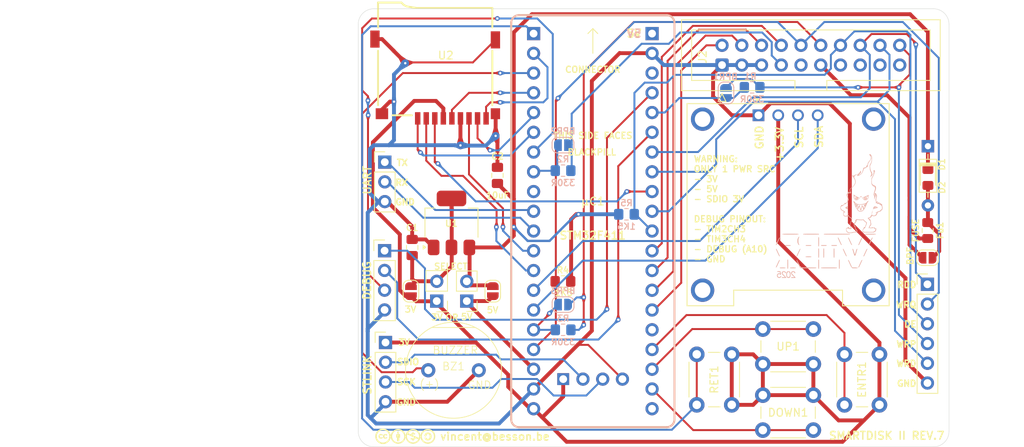
<source format=kicad_pcb>
(kicad_pcb (version 20241229) (generator "pcbnew") (generator_version "9.0")
  (title_block (title "SmartDisk II") (date "2025-08-11") (rev "7") (company "Vincent Besson"))
  (layers (0 "F.Cu" signal) (2 "B.Cu" signal) (13 "F.Paste" user) (15 "B.Paste" user) (5 "F.SilkS" user "F.Silkscreen") (7 "B.SilkS" user "B.Silkscreen") (1 "F.Mask" user) (3 "B.Mask" user) (25 "Edge.Cuts" user))
  (net 0 "")
  (net 1 "GND")
  (net 2 "VCC")
  (net 3 "3.5DSK")
  (net 4 "STEP2")
  (net 5 "WR_REQ")
  (net 6 "STEP3")
  (net 7 "STEP0")
  (net 12 "STEP1")
  (net 14 "WR_PROTECT")
  (net 15 "BTN_DOWN")
  (net 16 "BTN_ENTR")
  (net 17 "BTN_RET")
  (net 18 "BTN_UP")
  (net 19 "WR_DATA")
  (net 20 "+3.3V")
  (net 21 "RD_DATA")
  (net 22 "SDIO_DO")
  (net 23 "SD_EJECT")
  (net 24 "SDIO_CK")
  (net 25 "I2C_SDA")
  (net 26 "USART1_RX")
  (net 27 "I2C_SCL")
  (net 28 "USART1_TX")
  (net 29 "SDIO_D1")
  (net 32 "SDIO_CMD")
  (net 33 "SDIO_D2")
  (net 36 "SDIO_D3")
  (net 37 "DEBUG")
  (net 38 "TIM3_CH4")
  (net 39 "SELECT")
  (net 40 "DEVICE_ENABLE")
  (net 41 "TIM1_CH2N")
  (net 42 "TIM2_CH3")
  (net 43 "SCK")
  (net 44 "SDIO")
  (net 45 "PWR_RD")
  (net 46 "SELECT_D")
  (net 47 "3.5DSK_D")
  (net 48 "WR_PROTECT_D")
  (net 50 "Net-(J7-Pin_2)")
  (net 51 "PWR_5VIN")
  (net 52 "Net-(D1-A)")
  (footprint "Connector_IDC:IDC-Header_2x10_P2.54mm_Vertical" (layer "F.Cu") (at 178.29 92.49 90)
    (property "Reference" "J2")
    (property "Value" "APPLE_SDISKII")
  )
  (footprint "Diode_THT:D_DO-35_SOD27_P7.62mm_Horizontal" (layer "F.Cu") (at 204.775 102.925 -90)
    (property "Reference" "D1")
    (property "Value" "1N4148" (hide yes))
  )
  (footprint "Connector_PinHeader_2.54mm:PinHeader_1x04_P2.54mm_Vertical" (layer "F.Cu") (at 134.88 116.37)
    (property "Reference" "J5" (hide yes))
    (property "Value" "DEBUG" (hide yes))
  )
  (footprint "Connector_PinHeader_2.54mm:PinHeader_1x06_P2.54mm_Vertical" (layer "F.Cu") (at 204.714746 120.691427)
    (property "Reference" "J3" (hide yes))
    (property "Value" "A2PIN" (hide yes))
  )
  (footprint "Button_Switch_THT:SW_PUSH_6mm" (layer "F.Cu") (at 190.04 130.95 180)
    (property "Reference" "UP1")
    (property "Value" "SW_Push" (hide yes))
  )
  (footprint "Diode_SMD:D_0805_2012Metric_Pad1.15x1.40mm_HandSolder" (layer "F.Cu") (at 204.775 106.95 -90)
    (property "Reference" "D2")
    (property "Value" "1N4148WT" (hide yes))
  )
  (footprint "Fuse:Fuse_0805_2012Metric_Pad1.15x1.40mm_HandSolder" (layer "F.Cu") (at 204.75 113.775 -90)
    (property "Reference" "Fu2" (hide yes))
    (property "Value" "Polyfuse 500mA" (hide yes))
  )
  (footprint "Capacitor_SMD:C_0805_2012Metric_Pad1.18x1.45mm_HandSolder" (layer "F.Cu") (at 149.4 106.6825 90)
    (property "Reference" "C2")
    (property "Value" "10uF" (hide yes))
  )
  (footprint "buzzer:AS-1201B-LF" (layer "F.Cu") (at 143.75 131.75)
    (property "Reference" "BZ1")
    (property "Value" "Buzzer")
  )
  (footprint "Connector_PinHeader_2.54mm:PinHeader_1x03_P2.54mm_Vertical" (layer "F.Cu") (at 134.91 104.975)
    (property "Reference" "J4" (hide yes))
    (property "Value" "UART" (hide yes))
  )
  (footprint "Jumper:SolderJumper-2_P1.3mm_Open_RoundedPad1.0x1.5mm" (layer "F.Cu") (at 138.275 121.575 -90)
    (property "Reference" "3V")
    (property "Value" "SPST" (hide yes))
  )
  (footprint "acheron_Hardware.pretty-master:Mini_F4X1_STM32_VIB" (layer "F.Cu") (at 161.67 112.57)
    (property "Reference" "μC1")
    (property "Value" "BlackPill STMF4X1" (hide yes))
  )
  (footprint "Package_TO_SOT_SMD:SOT-223-3_TabPin2" (layer "F.Cu") (at 143.4875 112.8 90)
    (property "Reference" "U1")
    (property "Value" "LM1117MP-3.3" (hide yes))
  )
  (footprint "Jumper:SolderJumper-2_P1.3mm_Open_RoundedPad1.0x1.5mm" (layer "F.Cu") (at 204.725 117.275 180)
    (property "Reference" "BPF")
    (property "Value" "BYP" (hide yes))
  )
  (footprint "Jumper:SolderJumper-2_P1.3mm_Open_RoundedPad1.0x1.5mm" (layer "F.Cu") (at 148.8 121.575 -90)
    (property "Reference" "JP1" (hide yes))
    (property "Value" "SPST" (hide yes))
  )
  (footprint "Connector_PinHeader_2.54mm:PinHeader_1x02_P2.54mm_Vertical" (layer "F.Cu") (at 145.455 122.85 180)
    (property "Reference" "J1" (hide yes))
    (property "Value" "PWR" (hide yes))
  )
  (footprint "Button_Switch_THT:SW_PUSH_6mm" (layer "F.Cu") (at 198.54 129.7 -90)
    (property "Reference" "ENTR1")
    (property "Value" "SW_Push" (hide yes))
  )
  (footprint "Connector_PinHeader_2.54mm:PinHeader_1x04_P2.54mm_Vertical" (layer "F.Cu") (at 135 128.18)
    (property "Reference" "J6" (hide yes))
    (property "Value" "STLINK")
  )
  (footprint "LOGO" (layer "F.Cu") (at 138.648943 140.242954)
    (property "Reference" " ")
    (property "Value" "LOGO" (hide yes))
  )
  (footprint "DM-OLED096-636:MODULE_DM-OLED096-636" (layer "F.Cu") (at 186.79 110.45)
    (property "Reference" "U8" (hide yes))
    (property "Value" "DM-OLED096-636")
  )
  (footprint "Capacitor_SMD:C_0805_2012Metric_Pad1.18x1.45mm_HandSolder" (layer "F.Cu") (at 138.43 115.9575 90)
    (property "Reference" "C1")
    (property "Value" "10uF" (hide yes))
  )
  (footprint "sdisk_stm32:GCT-MEM2055-00-190-01-A_VIB" (layer "F.Cu") (at 141.39 100.15)
    (property "Reference" "U2")
    (property "Value" "MicroSD_SDIO" (hide yes))
  )
  (footprint "Resistor_SMD:R_0805_2012Metric_Pad1.20x1.40mm_HandSolder" (layer "F.Cu") (at 157.825 120.325)
    (property "Reference" "R4")
    (property "Value" "1K5" (hide yes))
  )
  (footprint "Button_Switch_THT:SW_PUSH_6mm" (layer "F.Cu") (at 179.54 129.7 -90)
    (property "Reference" "RET1")
    (property "Value" "SW_Push" (hide yes))
  )
  (footprint "Connector_PinHeader_2.54mm:PinHeader_1x02_P2.54mm_Vertical" (layer "F.Cu") (at 141.59 122.85 180)
    (property "Reference" "J7" (hide yes))
    (property "Value" "PWR" (hide yes))
  )
  (footprint "Button_Switch_THT:SW_PUSH_6mm" (layer "F.Cu") (at 183.54 134.95)
    (property "Reference" "DOWN1")
    (property "Value" "SW_Push" (hide yes))
  )
  (footprint "Resistor_SMD:R_0805_2012Metric_Pad1.20x1.40mm_HandSolder" (layer "B.Cu") (at 166 111.69 180)
    (property "Reference" "R5")
    (property "Value" "1K5" (hide yes))
  )
  (footprint "Resistor_SMD:R_0805_2012Metric_Pad1.20x1.40mm_HandSolder" (layer "B.Cu") (at 157.85 126.55 180)
    (property "Reference" "R3")
    (property "Value" "330R")
  )
  (footprint "Resistor_SMD:R_0805_2012Metric_Pad1.20x1.40mm_HandSolder" (layer "B.Cu") (at 182.16 95.36 180)
    (property "Reference" "R1")
    (property "Value" "330R")
  )
  (footprint "Jumper:SolderJumper-2_P1.3mm_Open_RoundedPad1.0x1.5mm" (layer "B.Cu") (at 157.83 102.79 180)
    (property "Reference" "BPR2")
    (property "Value" "BYP" (hide yes))
  )
  (footprint "Stm32F411:snap" (layer "B.Cu") (at 196.126581 109.704603 180)
    (property "Reference" "G***" (hide yes))
    (property "Value" "LOGO" (hide yes))
  )
  (footprint "Resistor_SMD:R_0805_2012Metric_Pad1.20x1.40mm_HandSolder" (layer "B.Cu") (at 157.84 106.07 180)
    (property "Reference" "R2")
    (property "Value" "330R")
  )
  (footprint "Jumper:SolderJumper-2_P1.3mm_Open_RoundedPad1.0x1.5mm" (layer "B.Cu") (at 157.84 123.3 180)
    (property "Reference" "BPR3")
    (property "Value" "BYP" (hide yes))
  )
  (footprint "Jumper:SolderJumper-2_P1.3mm_Open_RoundedPad1.0x1.5mm" (layer "B.Cu") (at 178.8 96.08 -90)
    (property "Reference" "BPR1")
    (property "Value" "BYP")
  )
  (footprint "LOGO" (layer "B.Cu") (at 191.6 116.75 180)
    (property "Reference" "G***" (hide yes))
    (property "Value" "LOGO" (hide yes))
  )
  (gr_line (start 131.49 139.6) (end 131.49 87.25) (stroke (width 0.05)) (layer "Edge.Cuts"))
  (gr_arc (start 205.49 85.25) (mid 206.904214 85.835786) (end 207.49 87.25) (stroke (width 0.05)) (layer "Edge.Cuts"))
  (gr_arc (start 133.49 141.6) (mid 132.075786 141.014214) (end 131.49 139.6) (stroke (width 0.05)) (layer "Edge.Cuts"))
  (gr_arc (start 131.49 87.25) (mid 132.075786 85.835786) (end 133.49 85.25) (stroke (width 0.05)) (layer "Edge.Cuts"))
  (gr_line (start 205.49 141.6) (end 133.49 141.6) (stroke (width 0.05)) (layer "Edge.Cuts"))
  (gr_line (start 133.49 85.25) (end 205.49 85.25) (stroke (width 0.05)) (layer "Edge.Cuts"))
  (gr_arc (start 207.49 139.6) (mid 206.904214 141.014214) (end 205.49 141.6) (stroke (width 0.05)) (layer "Edge.Cuts"))
  (gr_line (start 207.49 87.25) (end 207.49 139.6) (stroke (width 0.05)) (layer "Edge.Cuts"))
  (gr_text "WARNING: \nONLY 1 PWR SRC\n- 3V\n- 5V\n- SDIO 3V\n\nDEBUG PINOUT:\n- TIM2CH3\n- TIM3CH4\n- DEBUG (A10)\n- GND\n" (at 174.57 117.92 0) (layer "F.SilkS") (effects (font (size 0.8 0.8) (thickness 0.16) (bold yes)) (justify left bottom)))
  (gr_text "SELECT" (at 143.4 118.4 0) (layer "F.SilkS") (effects (font (size 0.8 0.8))))
  (gr_text "GND" (at 136.32 136.33 0) (layer "F.SilkS") (effects (font (size 0.8 0.8) (thickness 0.1875)) (justify left bottom)))
  (gr_text "GND" (at 183.69 103.45 90) (layer "F.SilkS") (effects (font (size 1 1) (thickness 0.1875)) (justify left bottom)))
  (gr_text "WRQ" (at 200.585714 123.8 0) (layer "F.SilkS") (effects (font (size 0.8 0.8) (thickness 0.1875)) (justify left bottom)))
  (gr_text "WRP" (at 200.623809 128.872908 0) (layer "F.SilkS") (effects (font (size 0.8 0.8) (thickness 0.1875)) (justify left bottom)))
  (gr_text "DEBUG" (at 133.2 122.8 90) (layer "F.SilkS") (effects (font (size 1 1) (thickness 0.1875)) (justify left bottom)))
  (gr_text "GND" (at 200.7 133.925 0) (layer "F.SilkS") (effects (font (size 0.8 0.8) (thickness 0.1875)) (justify left bottom)))
  (gr_text "SDIO" (at 136.39 131.14 0) (layer "F.SilkS") (effects (font (size 0.8 0.8) (thickness 0.1875)) (justify left bottom)))
  (gr_text "WRD" (at 200.623809 131.364845 0) (layer "F.SilkS") (effects (font (size 0.8 0.8) (thickness 0.1875)) (justify left bottom)))
  (gr_text "STM32F411" (at 157.29 115 0) (layer "F.SilkS") (effects (font (size 1 1) (thickness 0.1875)) (justify left bottom)))
  (gr_text "STLINK" (at 133.25 135 90) (layer "F.SilkS") (effects (font (size 1 1) (thickness 0.1875)) (justify left bottom)))
  (gr_text "SCL" (at 188.79 103.3 90) (layer "F.SilkS") (effects (font (size 1 1) (thickness 0.1875)) (justify left bottom)))
  (gr_text "RDD" (at 200.738095 121.225 0) (layer "F.SilkS") (effects (font (size 0.8 0.8) (thickness 0.1875)) (justify left bottom)))
  (gr_text "SMARTDISK II REV.7" (at 207 140.75 0) (layer "F.SilkS") (effects (font (size 1 1) (thickness 0.1875)) (justify right bottom)))
  (gr_text "+3.3V" (at 186.29 105.05 90) (layer "F.SilkS") (effects (font (size 1 1) (thickness 0.1875)) (justify left bottom)))
  (gr_text "SDA" (at 191.34 103.25 90) (layer "F.SilkS") (effects (font (size 1 1) (thickness 0.1875)) (justify left bottom)))
  (gr_text "5V" (at 145.45 124.875 0) (layer "F.SilkS") (effects (font (size 0.8 0.8))))
  (gr_text "3V" (at 141.625 124.925 0) (layer "F.SilkS") (effects (font (size 0.8 0.8))))
  (gr_text "FUSE" (at 203.675 115.375 90) (layer "F.SilkS") (effects (font (size 0.8 0.8) (thickness 0.16) (bold yes)) (justify left bottom)))
  (gr_text "vincent@besson.be" (at 141.93 140.86 0) (layer "F.SilkS") (effects (font (size 1 1) (thickness 0.1875)) (justify left bottom)))
  (gr_text "TX" (at 136.35 105.52 0) (layer "F.SilkS") (effects (font (size 0.8 0.8) (thickness 0.1875)) (justify left bottom)))
  (gr_text "UART" (at 133.25 109.25 90) (layer "F.SilkS") (effects (font (size 1 1) (thickness 0.1875)) (justify left bottom)))
  (gr_text "1K5" (at 157.92 121.775 0) (layer "F.SilkS") (effects (font (size 0.8 0.8))))
  (gr_text "10uF" (at 149.42 109.24 0) (layer "F.SilkS") (effects (font (size 0.8 0.8))))
  (gr_text "DE" (at 201.614285 126.3 0) (layer "F.SilkS") (effects (font (size 0.8 0.8) (thickness 0.1875)) (justify left bottom)))
  (gr_text "5V" (at 148.775 124 0) (layer "F.SilkS") (effects (font (size 0.8 0.8))))
  (gr_text "SCK" (at 136.39 133.72 0) (layer "F.SilkS") (effects (font (size 0.8 0.8) (thickness 0.1875)) (justify left bottom)))
  (gr_text "RX" (at 136.17 108.07 0) (layer "F.SilkS") (effects (font (size 0.8 0.8) (thickness 0.1875)) (justify left bottom)))
  (gr_text "Fu1\n" (at 206.8 114.975 90) (layer "F.SilkS") (effects (font (size 0.8 0.8) (thickness 0.1875)) (justify left bottom)))
  (gr_text "GND" (at 136.18 110.58 0) (layer "F.SilkS") (effects (font (size 0.8 0.8) (thickness 0.1875)) (justify left bottom)))
  (gr_text "OR" (at 143.55 124.975 0) (layer "F.SilkS") (effects (font (size 0.8 0.8))))
  (gr_text "3V" (at 136.55 128.625 0) (layer "F.SilkS") (effects (font (size 0.8 0.8) (thickness 0.1875)) (justify left bottom)))
  (gr_text "330R" (at 157.84 107.64 0) (layer "B.SilkS") (effects (font (size 0.8 0.8)) (justify mirror)))
  (gr_text "330R" (at 157.85 128.11 0) (layer "B.SilkS") (effects (font (size 0.8 0.8)) (justify mirror)))
  (gr_text "330R" (at 182.16 96.88 0) (layer "B.SilkS") (effects (font (size 0.8 0.8)) (justify mirror)))
  (gr_text "1K5" (at 166 113.25 0) (layer "B.SilkS") (effects (font (size 0.8 0.8)) (justify mirror)))
  (segment (start 201.89 119.89) (end 201.88 119.9) (width 0.5) (layer "F.Cu") (net 1))
  (segment (start 165.126341 90.96) (end 169.27 90.96) (width 0.5) (layer "F.Cu") (net 1))
  (segment (start 161.075 128.485) (end 159.725 128.485) (width 0.25) (layer "F.Cu") (net 1))
  (segment (start 136.04 90.65) (end 136.04 90.64) (width 0.5) (layer "F.Cu") (net 1))
  (segment (start 138.43 113.245) (end 135.24 110.055) (width 0.5) (layer "F.Cu") (net 1))
  (segment (start 138.43 114.92) (end 138.43 113.245) (width 0.5) (layer "F.Cu") (net 1))
  (segment (start 201.88 130.556681) (end 204.714746 133.391427) (width 0.5) (layer "F.Cu") (net 1))
  (segment (start 149.17 98.78) (end 149.14 98.75) (width 0.5) (layer "F.Cu") (net 1))
  (segment (start 194.73 100.03) (end 194.73 112.73) (width 0.5) (layer "F.Cu") (net 1))
  (segment (start 137.54 92.25) (end 137.54 92.15) (width 0.25) (layer "F.Cu") (net 1))
  (segment (start 135.24 110.055) (end 134.91 110.055) (width 0.5) (layer "F.Cu") (net 1))
  (segment (start 159.725 128.485) (end 154.05 134.16) (width 0.5) (layer "F.Cu") (net 1))
  (segment (start 165.116341 90.95) (end 165.126341 90.96) (width 0.5) (layer "F.Cu") (net 1))
  (segment (start 177.14 96.54) (end 177.14 93.64) (width 0.5) (layer "F.Cu") (net 1))
  (segment (start 161.54 94.526341) (end 165.116341 90.95) (width 0.5) (layer "F.Cu") (net 1))
  (segment (start 149.17 101.6) (end 149.4 101.83) (width 0.5) (layer "F.Cu") (net 1))
  (segment (start 146.24 92.15) (end 149.14 89.25) (width 0.25) (layer "F.Cu") (net 1))
  (segment (start 159.725 128.485) (end 161.54 126.67) (width 0.5) (layer "F.Cu") (net 1))
  (segment (start 137.54 92.15) (end 146.24 92.15) (width 0.25) (layer "F.Cu") (net 1))
  (segment (start 177.14 93.64) (end 178.29 92.49) (width 0.5) (layer "F.Cu") (net 1))
  (segment (start 141.2175 115.98) (end 141.2175 116.54) (width 0.5) (layer "F.Cu") (net 1))
  (segment (start 149.4 101.83) (end 149.4 105.645) (width 0.5) (layer "F.Cu") (net 1))
  (segment (start 165.48 132.89) (end 161.075 128.485) (width 0.25) (layer "F.Cu") (net 1))
  (segment (start 138.43 114.92) (end 140.1575 114.92) (width 0.5) (layer "F.Cu") (net 1))
  (segment (start 168.659 90.98) (end 168.659 90.95) (width 0.5) (layer "F.Cu") (net 1))
  (segment (start 184.53 97.4) (end 192.1 97.4) (width 0.5) (layer "F.Cu") (net 1))
  (segment (start 192.1 97.4) (end 194.73 100.03) (width 0.5) (layer "F.Cu") (net 1))
  (segment (start 169.27 90.96) (end 169.29 90.98) (width 0.5) (layer "F.Cu") (net 1))
  (segment (start 140.1575 114.92) (end 141.2175 115.98) (width 0.5) (layer "F.Cu") (net 1))
  (segment (start 135.56 97.2) (end 134.54 98.22) (width 0.5) (layer "F.Cu") (net 1))
  (segment (start 134.54 98.22) (end 134.54 98.75) (width 0.5) (layer "F.Cu") (net 1))
  (segment (start 161.54 126.67) (end 161.54 94.526341) (width 0.5) (layer "F.Cu") (net 1))
  (segment (start 182.98 98.95) (end 179.55 98.95) (width 0.5) (layer "F.Cu") (net 1))
  (segment (start 201.88 119.9) (end 201.88 130.556681) (width 0.5) (layer "F.Cu") (net 1))
  (segment (start 136.09 97.2) (end 135.56 97.2) (width 0.5) (layer "F.Cu") (net 1))
  (segment (start 137.54 92.15) (end 136.04 90.65) (width 0.5) (layer "F.Cu") (net 1))
  (segment (start 144.64 102.82) (end 144.64 99.583884) (width 0.5) (layer "F.Cu") (net 1))
  (segment (start 135.24 135.8) (end 142.95 135.8) (width 0.5) (layer "F.Cu") (net 1))
  (segment (start 194.73 112.73) (end 201.89 119.89) (width 0.5) (layer "F.Cu") (net 1))
  (segment (start 149.17 101.6) (end 149.17 98.78) (width 0.5) (layer "F.Cu") (net 1))
  (segment (start 182.98 98.95) (end 184.53 97.4) (width 0.5) (layer "F.Cu") (net 1))
  (segment (start 134.55 89.15) (end 133.64 89.15) (width 0.5) (layer "F.Cu") (net 1))
  (segment (start 142.95 135.8) (end 147 131.75) (width 0.5) (layer "F.Cu") (net 1))
  (segment (start 179.55 98.95) (end 177.14 96.54) (width 0.5) (layer "F.Cu") (net 1))
  (segment (start 136.04 90.64) (end 134.55 89.15) (width 0.5) (layer "F.Cu") (net 1))
  (via (at 136.09 97.2) (size 0.6) (drill 0.3) (layers "F.Cu" "B.Cu") (net 1))
  (via (at 144.64 102.82) (size 1) (drill 0.3) (layers "F.Cu" "B.Cu") (net 1))
  (via (at 137.54 92.25) (size 1) (drill 0.3) (layers "F.Cu" "B.Cu") (net 1))
  (via (at 149.17 101.6) (size 1) (drill 0.3) (layers "F.Cu" "B.Cu") (net 1))
  (segment (start 132.715 111.475) (end 134.135 110.055) (width 0.5) (layer "B.Cu") (net 1))
  (segment (start 132.99 103.3) (end 132.99 109) (width 0.5) (layer "B.Cu") (net 1))
  (segment (start 136.09 93.7) (end 137.54 92.25) (width 0.5) (layer "B.Cu") (net 1))
  (segment (start 178.29 92.49) (end 180.83 92.49) (width 0.5) (layer "B.Cu") (net 1))
  (segment (start 134.045 110.055) (end 135.24 110.055) (width 0.5) (layer "B.Cu") (net 1))
  (segment (start 170.8 92.49) (end 169.29 90.98) (width 0.5) (layer "B.Cu") (net 1))
  (segment (start 144.64 102.82) (end 144.67 102.85) (width 0.5) (layer "B.Cu") (net 1))
  (segment (start 135.44 102.8) (end 133.49 102.8) (width 0.5) (layer "B.Cu") (net 1))
  (segment (start 133.09 137.9) (end 132.715 137.525) (width 0.5) (layer "B.Cu") (net 1))
  (segment (start 136.09 97.2) (end 136.09 102.15) (width 0.5) (layer "B.Cu") (net 1))
  (segment (start 143.94 102.8) (end 135.44 102.8) (width 0.5) (layer "B.Cu") (net 1))
  (segment (start 136.09 97.2) (end 136.09 93.7) (width 0.5) (layer "B.Cu") (net 1))
  (segment (start 154.05 134.16) (end 149.61 138.6) (width 0.5) (layer "B.Cu") (net 1))
  (segment (start 132.715 126.75) (end 132.715 111.475) (width 0.5) (layer "B.Cu") (net 1))
  (segment (start 144.64 102.82) (end 143.96 102.82) (width 0.5) (layer "B.Cu") (net 1))
  (segment (start 132.99 109) (end 134.045 110.055) (width 0.5) (layer "B.Cu") (net 1))
  (segment (start 144.67 102.85) (end 147.92 102.85) (width 0.5) (layer "B.Cu") (net 1))
  (segment (start 178.29 92.49) (end 170.8 92.49) (width 0.5) (layer "B.Cu") (net 1))
  (segment (start 132.715 126.405) (end 132.715 126.75) (width 0.5) (layer "B.Cu") (net 1))
  (segment (start 133.09 137.9) (end 135.19 135.8) (width 0.5) (layer "B.Cu") (net 1))
  (segment (start 180.83 92.49) (end 183.37 92.49) (width 0.5) (layer "B.Cu") (net 1))
  (segment (start 132.715 137.525) (end 132.715 126.75) (width 0.5) (layer "B.Cu") (net 1))
  (segment (start 134.135 110.055) (end 135.24 110.055) (width 0.5) (layer "B.Cu") (net 1))
  (segment (start 133.49 102.8) (end 132.99 103.3) (width 0.5) (layer "B.Cu") (net 1))
  (segment (start 136.09 102.15) (end 135.44 102.8) (width 0.5) (layer "B.Cu") (net 1))
  (segment (start 143.96 102.82) (end 143.94 102.8) (width 0.5) (layer "B.Cu") (net 1))
  (segment (start 135 124.12) (end 132.715 126.405) (width 0.5) (layer "B.Cu") (net 1))
  (segment (start 149.61 138.6) (end 133.79 138.6) (width 0.5) (layer "B.Cu") (net 1))
  (segment (start 133.79 138.6) (end 133.09 137.9) (width 0.5) (layer "B.Cu") (net 1))
  (segment (start 147.92 102.85) (end 149.17 101.6) (width 0.5) (layer "B.Cu") (net 1))
  (segment (start 190.99 92.49) (end 194.87 96.37) (width 0.5) (layer "F.Cu") (net 2))
  (segment (start 202.400158 109.310158) (end 202.41 109.32) (width 0.5) (layer "F.Cu") (net 2))
  (segment (start 203.65 114.8) (end 204.75 114.8) (width 0.5) (layer "F.Cu") (net 2))
  (segment (start 199.53 96.37) (end 202.400158 99.240158) (width 0.5) (layer "F.Cu") (net 2))
  (segment (start 202.41 109.825) (end 202.41 112.025) (width 0.5) (layer "F.Cu") (net 2))
  (segment (start 202.41 109.32) (end 202.41 109.825) (width 0.5) (layer "F.Cu") (net 2))
  (segment (start 194.87 96.37) (end 199.53 96.37) (width 0.5) (layer "F.Cu") (net 2))
  (segment (start 202.41 112.025) (end 202.41 113.56) (width 0.5) (layer "F.Cu") (net 2))
  (segment (start 204.075 117.275) (end 202.41 115.61) (width 0.5) (layer "F.Cu") (net 2))
  (segment (start 202.41 115.61) (end 202.41 112.025) (width 0.5) (layer "F.Cu") (net 2))
  (segment (start 202.400158 99.240158) (end 202.400158 109.310158) (width 0.5) (layer "F.Cu") (net 2))
  (segment (start 202.41 113.56) (end 203.65 114.8) (width 0.5) (layer "F.Cu") (net 2))
  (segment (start 157.1 103.12) (end 157.1 105.81) (width 0.25) (layer "B.Cu") (net 3))
  (segment (start 156.67 106.09) (end 154.18 106.09) (width 0.25) (layer "B.Cu") (net 3))
  (segment (start 157.1 105.81) (end 156.84 106.07) (width 0.25) (layer "B.Cu") (net 3))
  (segment (start 154.18 106.09) (end 154.05 106.22) (width 0.25) (layer "B.Cu") (net 3))
  (segment (start 157.45 102.77) (end 157.1 103.12) (width 0.25) (layer "B.Cu") (net 3))
  (segment (start 175.29 87.95) (end 175.04 88.2) (width 0.25) (layer "F.Cu") (net 4))
  (segment (start 171.29 117.25) (end 169.62 118.92) (width 0.25) (layer "F.Cu") (net 4))
  (segment (start 181.37 87.95) (end 175.29 87.95) (width 0.25) (layer "F.Cu") (net 4))
  (segment (start 175.04 88.2) (end 171.29 91.95) (width 0.25) (layer "F.Cu") (net 4))
  (segment (start 171.29 91.95) (end 171.29 117.25) (width 0.25) (layer "F.Cu") (net 4))
  (segment (start 183.37 89.95) (end 181.37 87.95) (width 0.25) (layer "F.Cu") (net 4))
  (segment (start 156.91 97.03) (end 156.91 126.22) (width 0.25) (layer "F.Cu") (net 5))
  (segment (start 156.91 126.22) (end 154.05 129.08) (width 0.25) (layer "F.Cu") (net 5))
  (segment (start 157.19 96.75) (end 156.91 97.03) (width 0.25) (layer "F.Cu") (net 5))
  (via (at 157.19 96.75) (size 0.6) (drill 0.3) (layers "F.Cu" "B.Cu") (net 5))
  (segment (start 201.547106 86.95) (end 206.175 91.577894) (width 0.25) (layer "B.Cu") (net 5))
  (segment (start 191.45 86.95) (end 201.547106 86.95) (width 0.25) (layer "B.Cu") (net 5))
  (segment (start 188.45 89.95) (end 191.45 86.95) (width 0.25) (layer "B.Cu") (net 5))
  (segment (start 206.175 91.577894) (end 206.175 121.771173) (width 0.25) (layer "B.Cu") (net 5))
  (segment (start 166.99 86.95) (end 185.45 86.95) (width 0.25) (layer "B.Cu") (net 5))
  (segment (start 185.45 86.95) (end 188.45 89.95) (width 0.25) (layer "B.Cu") (net 5))
  (segment (start 206.175 121.771173) (end 204.714746 123.231427) (width 0.25) (layer "B.Cu") (net 5))
  (segment (start 157.19 96.75) (end 166.99 86.95) (width 0.25) (layer "B.Cu") (net 5))
  (segment (start 170.54 91.45) (end 170.54 115.415) (width 0.25) (layer "F.Cu") (net 6))
  (segment (start 183.41 87.45) (end 174.54 87.45) (width 0.25) (layer "F.Cu") (net 6))
  (segment (start 170.54 115.415) (end 169.575 116.38) (width 0.25) (layer "F.Cu") (net 6))
  (segment (start 174.54 87.45) (end 170.54 91.45) (width 0.25) (layer "F.Cu") (net 6))
  (segment (start 185.91 89.95) (end 183.41 87.45) (width 0.25) (layer "F.Cu") (net 6))
  (segment (start 173.04 93.2) (end 173.04 120.5) (width 0.25) (layer "F.Cu") (net 7))
  (segment (start 176.29 89.95) (end 173.04 93.2) (width 0.25) (layer "F.Cu") (net 7))
  (segment (start 173.04 120.5) (end 169.54 124) (width 0.25) (layer "F.Cu") (net 7))
  (segment (start 178.29 89.95) (end 176.29 89.95) (width 0.25) (layer "F.Cu") (net 7))
  (segment (start 176.165 88.7) (end 175.865 89) (width 0.25) (layer "F.Cu") (net 12))
  (segment (start 175.865 89) (end 172.04 92.825) (width 0.25) (layer "F.Cu") (net 12))
  (segment (start 172.04 92.825) (end 172.04 119) (width 0.25) (layer "F.Cu") (net 12))
  (segment (start 179.58 88.7) (end 176.165 88.7) (width 0.25) (layer "F.Cu") (net 12))
  (segment (start 180.83 89.95) (end 179.58 88.7) (width 0.25) (layer "F.Cu") (net 12))
  (segment (start 172.04 119) (end 169.58 121.46) (width 0.25) (layer "F.Cu") (net 12))
  (segment (start 170.92 98.6) (end 172.79 96.73) (width 0.25) (layer "B.Cu") (net 14))
  (segment (start 170.92 98.6) (end 169.29 98.6) (width 0.25) (layer "B.Cu") (net 14))
  (segment (start 172.79 96.73) (end 178.8 96.73) (width 0.25) (layer "B.Cu") (net 14))
  (segment (start 179.79 96.73) (end 181.16 95.36) (width 0.25) (layer "B.Cu") (net 14))
  (segment (start 178.8 96.73) (end 179.79 96.73) (width 0.25) (layer "B.Cu") (net 14))
  (segment (start 183.54 139.45) (end 190.04 139.45) (width 0.25) (layer "F.Cu") (net 15))
  (segment (start 174.58 139.45) (end 169.29 134.16) (width 0.25) (layer "F.Cu") (net 15))
  (segment (start 183.54 139.45) (end 174.58 139.45) (width 0.25) (layer "F.Cu") (net 15))
  (segment (start 191.740213 124.650213) (end 173.719787 124.650213) (width 0.25) (layer "F.Cu") (net 16))
  (segment (start 173.719787 124.650213) (end 169.29 129.08) (width 0.25) (layer "F.Cu") (net 16))
  (segment (start 194.04 126.95) (end 191.740213 124.650213) (width 0.25) (layer "F.Cu") (net 16))
  (segment (start 194.04 129.7) (end 194.04 136.2) (width 0.25) (layer "F.Cu") (net 16))
  (segment (start 194.04 129.7) (end 194.04 126.95) (width 0.25) (layer "F.Cu") (net 16))
  (segment (start 175.04 136.2) (end 175.04 129.7) (width 0.25) (layer "F.Cu") (net 17))
  (segment (start 131.99 137.95) (end 133.44 139.4) (width 0.25) (layer "B.Cu") (net 17))
  (segment (start 171.84 139.4) (end 175.04 136.2) (width 0.25) (layer "B.Cu") (net 17))
  (segment (start 133.44 139.4) (end 171.84 139.4) (width 0.25) (layer "B.Cu") (net 17))
  (segment (start 153.11 87.5) (end 133.1 87.5) (width 0.25) (layer "B.Cu") (net 17))
  (segment (start 133.1 87.5) (end 131.99 88.61) (width 0.25) (layer "B.Cu") (net 17))
  (segment (start 131.99 88.61) (end 131.99 137.95) (width 0.25) (layer "B.Cu") (net 17))
  (segment (start 154.05 88.44) (end 153.11 87.5) (width 0.25) (layer "B.Cu") (net 17))
  (segment (start 190.04 126.45) (end 183.54 126.45) (width 0.25) (layer "F.Cu") (net 18))
  (segment (start 183.54 126.45) (end 174.46 126.45) (width 0.25) (layer "F.Cu") (net 18))
  (segment (start 174.46 126.45) (end 169.29 131.62) (width 0.25) (layer "F.Cu") (net 18))
  (segment (start 199.835 91.175) (end 198.61 89.95) (width 0.25) (layer "B.Cu") (net 19))
  (segment (start 198.3 97.2) (end 199.835 95.665) (width 0.25) (layer "B.Cu") (net 19))
  (segment (start 176.52 106.22) (end 171.44 111.3) (width 0.25) (layer "B.Cu") (net 19))
  (segment (start 200.54 126.676681) (end 204.714746 130.851427) (width 0.25) (layer "B.Cu") (net 19))
  (segment (start 170.04 106.2) (end 169.514 106.726) (width 0.25) (layer "B.Cu") (net 19))
  (segment (start 171.44 111.3) (end 169.29 111.3) (width 0.25) (layer "B.Cu") (net 19))
  (segment (start 176.52 106.22) (end 177.54 105.2) (width 0.25) (layer "B.Cu") (net 19))
  (segment (start 200.54 99.44) (end 200.54 126.676681) (width 0.25) (layer "B.Cu") (net 19))
  (segment (start 177.54 102.05) (end 182.39 97.2) (width 0.25) (layer "B.Cu") (net 19))
  (segment (start 177.54 105.2) (end 177.54 102.05) (width 0.25) (layer "B.Cu") (net 19))
  (segment (start 199.835 95.665) (end 199.835 91.175) (width 0.25) (layer "B.Cu") (net 19))
  (segment (start 182.39 97.2) (end 198.3 97.2) (width 0.25) (layer "B.Cu") (net 19))
  (segment (start 169.985592 106.2) (end 169.647796 105.862204) (width 0.25) (layer "B.Cu") (net 19))
  (segment (start 170.04 106.2) (end 169.985592 106.2) (width 0.25) (layer "B.Cu") (net 19))
  (segment (start 176.52 106.22) (end 169.29 106.22) (width 0.25) (layer "B.Cu") (net 19))
  (segment (start 198.3 97.2) (end 200.54 99.44) (width 0.25) (layer "B.Cu") (net 19))
  (segment (start 190.04 134.95) (end 190.04 130.95) (width 0.5) (layer "F.Cu") (net 20))
  (segment (start 142.44 98.05) (end 141.49 97.1) (width 0.5) (layer "F.Cu") (net 20))
  (segment (start 142.44 99.35) (end 142.44 98.05) (width 0.5) (layer "F.Cu") (net 20))
  (segment (start 153.61 136.7) (end 154.05 136.7) (width 0.5) (layer "F.Cu") (net 20))
  (segment (start 183.54 130.95) (end 182.29 129.7) (width 0.5) (layer "F.Cu") (net 20))
  (segment (start 185.52 115.18) (end 198.54 128.2) (width 0.5) (layer "F.Cu") (net 20))
  (segment (start 190.04 130.95) (end 183.54 130.95) (width 0.5) (layer "F.Cu") (net 20))
  (segment (start 133.376 102.424) (end 133.376 110.806) (width 0.5) (layer "F.Cu") (net 20))
  (segment (start 157.86 132.89) (end 157.86 135.13) (width 0.5) (layer "F.Cu") (net 20))
  (segment (start 141.59 122.85) (end 141.59 123.13) (width 0.5) (layer "F.Cu") (net 20))
  (segment (start 155.17 137.82) (end 154.60225 137.25225) (width 0.5) (layer "F.Cu") (net 20))
  (segment (start 138.275 122.225) (end 138.925 122.875) (width 0.5) (layer "F.Cu") (net 20))
  (segment (start 185.52 98.95) (end 185.52 115.18) (width 0.5) (layer "F.Cu") (net 20))
  (segment (start 133.376 110.806) (end 136.84 114.27) (width 0.5) (layer "F.Cu") (net 20))
  (segment (start 198.54 136.2) (end 193.79 140.95) (width 0.5) (layer "F.Cu") (net 20))
  (segment (start 157.86 135.13) (end 155.17 137.82) (width 0.5) (layer "F.Cu") (net 20))
  (segment (start 183.54 134.95) (end 190.04 134.95) (width 0.5) (layer "F.Cu") (net 20))
  (segment (start 179.54 136.2) (end 179.54 129.7) (width 0.5) (layer "F.Cu") (net 20))
  (segment (start 157.59 140.24) (end 155.17 137.82) (width 0.5) (layer "F.Cu") (net 20))
  (segment (start 146.64 128.18) (end 150.79 132.33) (width 0.5) (layer "F.Cu") (net 20))
  (segment (start 196.54 138.2) (end 193.29 138.2) (width 0.5) (layer "F.Cu") (net 20))
  (segment (start 198.54 129.7) (end 198.54 136.2) (width 0.5) (layer "F.Cu") (net 20))
  (segment (start 182.29 136.2) (end 183.54 134.95) (width 0.5) (layer "F.Cu") (net 20))
  (segment (start 179.54 136.2) (end 182.29 136.2) (width 0.5) (layer "F.Cu") (net 20))
  (segment (start 138.7 97.1) (end 133.376 102.424) (width 0.5) (layer "F.Cu") (net 20))
  (segment (start 150.79 132.33) (end 150.79 133.88) (width 0.5) (layer "F.Cu") (net 20))
  (segment (start 158.3 140.95) (end 157.59 140.24) (width 0.5) (layer "F.Cu") (net 20))
  (segment (start 138.925 122.875) (end 141.565 122.875) (width 0.5) (layer "F.Cu") (net 20))
  (segment (start 135.19 128.18) (end 145.28 128.18) (width 0.5) (layer "F.Cu") (net 20))
  (segment (start 182.29 129.7) (end 179.54 129.7) (width 0.5) (layer "F.Cu") (net 20))
  (segment (start 136.84 114.27) (end 136.84 121.455594) (width 0.5) (layer "F.Cu") (net 20))
  (segment (start 141.59 123.13) (end 146.64 128.18) (width 0.5) (layer "F.Cu") (net 20))
  (segment (start 137.609406 122.225) (end 138.275 122.225) (width 0.5) (layer "F.Cu") (net 20))
  (segment (start 150.79 133.88) (end 153.61 136.7) (width 0.5) (layer "F.Cu") (net 20))
  (segment (start 141.49 97.1) (end 138.7 97.1) (width 0.5) (layer "F.Cu") (net 20))
  (segment (start 193.79 140.95) (end 158.3 140.95) (width 0.5) (layer "F.Cu") (net 20))
  (segment (start 136.84 121.455594) (end 137.609406 122.225) (width 0.5) (layer "F.Cu") (net 20))
  (segment (start 193.29 138.2) (end 190.04 134.95) (width 0.5) (layer "F.Cu") (net 20))
  (segment (start 145.28 128.18) (end 146.64 128.18) (width 0.5) (layer "F.Cu") (net 20))
  (segment (start 141.565 122.875) (end 141.59 122.85) (width 0.5) (layer "F.Cu") (net 20))
  (segment (start 198.54 128.2) (end 198.54 129.7) (width 0.5) (layer "F.Cu") (net 20))
  (segment (start 183.54 134.95) (end 183.54 130.95) (width 0.5) (layer "F.Cu") (net 20))
  (segment (start 203.28 89.73) (end 202.05 88.5) (width 0.25) (layer "F.Cu") (net 21))
  (segment (start 202.05 88.5) (end 197.52 88.5) (width 0.25) (layer "F.Cu") (net 21))
  (segment (start 203.224 89.85) (end 203.28 89.794) (width 0.25) (layer "F.Cu") (net 21))
  (segment (start 197.52 88.5) (end 196.07 89.95) (width 0.25) (layer "F.Cu") (net 21))
  (segment (start 203.28 89.794) (end 203.28 89.73) (width 0.25) (layer "F.Cu") (net 21))
  (via (at 203.224 89.85) (size 0.6) (drill 0.3) (layers "F.Cu" "B.Cu") (net 21))
  (segment (start 182.182479 96.699) (end 175.201479 103.68) (width 0.25) (layer "B.Cu") (net 21))
  (segment (start 197.295 95.485) (end 196.15 96.63) (width 0.25) (layer "B.Cu") (net 21))
  (segment (start 196.07 89.95) (end 197.295 91.175) (width 0.25) (layer "B.Cu") (net 21))
  (segment (start 203.224 119.200681) (end 204.714746 120.691427) (width 0.25) (layer "B.Cu") (net 21))
  (segment (start 182.3 96.63) (end 182.231 96.699) (width 0.25) (layer "B.Cu") (net 21))
  (segment (start 203.224 89.85) (end 203.224 119.200681) (width 0.25) (layer "B.Cu") (net 21))
  (segment (start 197.295 91.175) (end 197.295 95.485) (width 0.25) (layer "B.Cu") (net 21))
  (segment (start 175.201479 103.68) (end 169.29 103.68) (width 0.25) (layer "B.Cu") (net 21))
  (segment (start 168.594408 103.7) (end 168.932204 104.037796) (width 0.25) (layer "B.Cu") (net 21))
  (segment (start 182.231 96.699) (end 182.182479 96.699) (width 0.25) (layer "B.Cu") (net 21))
  (segment (start 196.15 96.63) (end 182.3 96.63) (width 0.25) (layer "B.Cu") (net 21))
  (segment (start 150.11 110.93) (end 145.74 106.56) (width 0.25) (layer "F.Cu") (net 22))
  (segment (start 145.74 106.56) (end 145.74 99.35) (width 0.25) (layer "F.Cu") (net 22))
  (segment (start 150.11 113.32) (end 150.11 110.93) (width 0.25) (layer "F.Cu") (net 22))
  (via (at 150.11 113.32) (size 0.6) (drill 0.3) (layers "F.Cu" "B.Cu") (net 22))
  (segment (start 150.11 113.81) (end 152.68 116.38) (width 0.25) (layer "B.Cu") (net 22))
  (segment (start 150.11 113.32) (end 150.11 113.81) (width 0.25) (layer "B.Cu") (net 22))
  (segment (start 152.68 116.38) (end 154.05 116.38) (width 0.25) (layer "B.Cu") (net 22))
  (segment (start 147.94 97.86) (end 148.515 97.285) (width 0.25) (layer "F.Cu") (net 23))
  (segment (start 147.94 99.35) (end 147.94 97.86) (width 0.25) (layer "F.Cu") (net 23))
  (segment (start 148.515 97.285) (end 149.6 97.285) (width 0.25) (layer "F.Cu") (net 23))
  (via (at 149.76 97.285) (size 0.6) (drill 0.3) (layers "F.Cu" "B.Cu") (net 23))
  (segment (start 155.84 92.77) (end 154.05 90.98) (width 0.25) (layer "B.Cu") (net 23))
  (segment (start 155.305 97.285) (end 155.84 96.75) (width 0.25) (layer "B.Cu") (net 23))
  (segment (start 155.84 96.75) (end 155.84 92.77) (width 0.25) (layer "B.Cu") (net 23))
  (segment (start 149.6 97.285) (end 155.305 97.285) (width 0.25) (layer "B.Cu") (net 23))
  (segment (start 149.65 96.06) (end 145.74 96.06) (width 0.25) (layer "F.Cu") (net 24))
  (segment (start 143.54 98.26) (end 143.54 99.35) (width 0.25) (layer "F.Cu") (net 24))
  (segment (start 145.74 96.06) (end 143.54 98.26) (width 0.25) (layer "F.Cu") (net 24))
  (via (at 149.76 96.06) (size 0.6) (drill 0.3) (layers "F.Cu" "B.Cu") (net 24))
  (segment (start 149.65 96.06) (end 154.05 96.06) (width 0.25) (layer "B.Cu") (net 24))
  (segment (start 190.6 98.95) (end 190.6 103.19) (width 0.25) (layer "B.Cu") (net 25))
  (segment (start 160.37 117.65) (end 154.05 123.97) (width 0.25) (layer "B.Cu") (net 25))
  (segment (start 154.05 123.97) (end 154.05 124) (width 0.25) (layer "B.Cu") (net 25))
  (segment (start 176.14 117.65) (end 160.37 117.65) (width 0.25) (layer "B.Cu") (net 25))
  (segment (start 190.6 103.19) (end 176.14 117.65) (width 0.25) (layer "B.Cu") (net 25))
  (segment (start 139.855 112.13) (end 152.34 112.13) (width 0.25) (layer "B.Cu") (net 26))
  (segment (start 135.24 107.515) (end 139.855 112.13) (width 0.25) (layer "B.Cu") (net 26))
  (segment (start 152.34 112.13) (end 154.05 113.84) (width 0.25) (layer "B.Cu") (net 26))
  (segment (start 134.91 107.515) (end 135.24 107.515) (width 0.25) (layer "B.Cu") (net 26))
  (segment (start 188.06 102.48) (end 175.415 115.125) (width 0.25) (layer "B.Cu") (net 27))
  (segment (start 160.385 115.125) (end 154.05 121.46) (width 0.25) (layer "B.Cu") (net 27))
  (segment (start 175.415 115.125) (end 160.385 115.125) (width 0.25) (layer "B.Cu") (net 27))
  (segment (start 188.06 98.95) (end 188.06 102.48) (width 0.25) (layer "B.Cu") (net 27))
  (segment (start 141.405 111.14) (end 153.89 111.14) (width 0.25) (layer "B.Cu") (net 28))
  (segment (start 134.91 104.975) (end 135.24 104.975) (width 0.25) (layer "B.Cu") (net 28))
  (segment (start 135.24 104.975) (end 141.405 111.14) (width 0.25) (layer "B.Cu") (net 28))
  (segment (start 153.89 111.14) (end 154.05 111.3) (width 0.25) (layer "B.Cu") (net 28))
  (segment (start 148.309766 103.3) (end 148.24 103.3) (width 0.25) (layer "F.Cu") (net 29))
  (segment (start 146.84 101.9) (end 146.84 99.35) (width 0.25) (layer "F.Cu") (net 29))
  (segment (start 148.24 103.3) (end 146.84 101.9) (width 0.25) (layer "F.Cu") (net 29))
  (segment (start 154.05 98.6) (end 154.05 98.99) (width 0.25) (layer "F.Cu") (net 29))
  (segment (start 148.454766 103.445) (end 148.309766 103.3) (width 0.25) (layer "F.Cu") (net 29))
  (via (at 148.454766 103.445) (size 0.6) (drill 0.3) (layers "F.Cu" "B.Cu") (net 29))
  (segment (start 149.58 103.46) (end 154.05 98.99) (width 0.25) (layer "B.Cu") (net 29))
  (segment (start 148.469766 103.46) (end 149.58 103.46) (width 0.25) (layer "B.Cu") (net 29))
  (segment (start 148.454766 103.445) (end 148.469766 103.46) (width 0.25) (layer "B.Cu") (net 29))
  (segment (start 141.74 105.17) (end 141.55 105.17) (width 0.25) (layer "F.Cu") (net 32))
  (segment (start 141.34 104.96) (end 141.34 99.35) (width 0.25) (layer "F.Cu") (net 32))
  (segment (start 141.55 105.17) (end 141.34 104.96) (width 0.25) (layer "F.Cu") (net 32))
  (segment (start 169.29 108.76) (end 166.04 108.76) (width 0.25) (layer "F.Cu") (net 32))
  (via (at 141.74 105.17) (size 0.6) (drill 0.3) (layers "F.Cu" "B.Cu") (net 32))
  (via (at 166.04 108.76) (size 0.6) (drill 0.3) (layers "F.Cu" "B.Cu") (net 32))
  (segment (start 141.74 105.17) (end 146.595 110.025) (width 0.25) (layer "B.Cu") (net 32))
  (segment (start 164.775 110.025) (end 166.04 108.76) (width 0.25) (layer "B.Cu") (net 32))
  (segment (start 146.595 110.025) (end 164.775 110.025) (width 0.25) (layer "B.Cu") (net 32))
  (segment (start 139.14 103.39) (end 139.14 99.35) (width 0.25) (layer "F.Cu") (net 33))
  (segment (start 139.5 103.75) (end 139.14 103.39) (width 0.25) (layer "F.Cu") (net 33))
  (via (at 139.5 103.75) (size 0.6) (drill 0.3) (layers "F.Cu" "B.Cu") (net 33))
  (segment (start 151.02 104.12) (end 154 101.14) (width 0.25) (layer "B.Cu") (net 33))
  (segment (start 154 101.14) (end 154.05 101.14) (width 0.25) (layer "B.Cu") (net 33))
  (segment (start 139.87 104.12) (end 151.02 104.12) (width 0.25) (layer "B.Cu") (net 33))
  (segment (start 139.5 103.75) (end 139.87 104.12) (width 0.25) (layer "B.Cu") (net 33))
  (segment (start 149.29 113.300425) (end 149.29 111.06) (width 0.25) (layer "F.Cu") (net 36))
  (segment (start 149.29 111.06) (end 144.97 106.74) (width 0.25) (layer "F.Cu") (net 36))
  (segment (start 144.97 106.74) (end 142.2 106.74) (width 0.25) (layer "F.Cu") (net 36))
  (segment (start 142.2 106.74) (end 140.24 104.78) (width 0.25) (layer "F.Cu") (net 36))
  (segment (start 154.05 118.92) (end 154.05 118.59) (width 0.25) (layer "F.Cu") (net 36))
  (segment (start 140.24 104.78) (end 140.24 99.35) (width 0.25) (layer "F.Cu") (net 36))
  (segment (start 149.26006 113.330365) (end 149.29 113.300425) (width 0.25) (layer "F.Cu") (net 36))
  (via (at 149.26006 113.330365) (size 0.6) (drill 0.3) (layers "F.Cu" "B.Cu") (net 36))
  (segment (start 149.26006 113.330365) (end 149.26 113.330425) (width 0.25) (layer "B.Cu") (net 36))
  (segment (start 149.26 115.12) (end 153.06 118.92) (width 0.25) (layer "B.Cu") (net 36))
  (segment (start 153.06 118.92) (end 154.05 118.92) (width 0.25) (layer "B.Cu") (net 36))
  (segment (start 149.26 113.330425) (end 149.26 115.12) (width 0.25) (layer "B.Cu") (net 36))
  (segment (start 132 95.75) (end 132 87.75) (width 0.25) (layer "F.Cu") (net 37))
  (segment (start 132.75 119.33) (end 135 121.58) (width 0.25) (layer "F.Cu") (net 37))
  (segment (start 132.742702 97.052702) (end 132.742702 96.492702) (width 0.25) (layer "F.Cu") (net 37))
  (segment (start 132.769798 98.934798) (end 132.75 98.954596) (width 0.25) (layer "F.Cu") (net 37))
  (segment (start 132 87.75) (end 133.25 86.5) (width 0.25) (layer "F.Cu") (net 37))
  (segment (start 132.75 98.954596) (end 132.75 119.33) (width 0.25) (layer "F.Cu") (net 37))
  (segment (start 132.742702 96.492702) (end 132 95.75) (width 0.25) (layer "F.Cu") (net 37))
  (segment (start 133.25 86.5) (end 149.39 86.5) (width 0.25) (layer "F.Cu") (net 37))
  (via (at 132.769798 98.934798) (size 0.6) (drill 0.3) (layers "F.Cu" "B.Cu") (net 37))
  (via (at 149.39 86.5) (size 0.6) (drill 0.3) (layers "F.Cu" "B.Cu") (net 37))
  (via (at 132.742702 97.052702) (size 0.6) (drill 0.3) (layers "F.Cu" "B.Cu") (net 37))
  (segment (start 154.05 103.68) (end 156.515 101.215) (width 0.25) (layer "B.Cu") (net 37))
  (segment (start 132.742702 97.052702) (end 132.75 97.06) (width 0.25) (layer "B.Cu") (net 37))
  (segment (start 132.75 97.06) (end 132.75 98.915) (width 0.25) (layer "B.Cu") (net 37))
  (segment (start 132.75 98.915) (end 132.769798 98.934798) (width 0.25) (layer "B.Cu") (net 37))
  (segment (start 156.515 101.215) (end 156.515 88.488883) (width 0.25) (layer "B.Cu") (net 37))
  (segment (start 154.526117 86.5) (end 149.39 86.5) (width 0.25) (layer "B.Cu") (net 37))
  (segment (start 156.515 88.488883) (end 154.526117 86.5) (width 0.25) (layer "B.Cu") (net 37))
  (segment (start 164.94 105.49) (end 164.94 125.25) (width 0.25) (layer "F.Cu") (net 38))
  (segment (start 169.29 101.14) (end 164.94 105.49) (width 0.25) (layer "F.Cu") (net 38))
  (via (at 164.94 125.25) (size 0.6) (drill 0.3) (layers "F.Cu" "B.Cu") (net 38))
  (segment (start 136.51 125.07) (end 136.51 120.48) (width 0.25) (layer "B.Cu") (net 38))
  (segment (start 136.51 120.48) (end 135.24 119.21) (width 0.25) (layer "B.Cu") (net 38))
  (segment (start 139.24 127.8) (end 136.51 125.07) (width 0.25) (layer "B.Cu") (net 38))
  (segment (start 162.39 127.8) (end 139.24 127.8) (width 0.25) (layer "B.Cu") (net 38))
  (segment (start 164.94 125.25) (end 162.39 127.8) (width 0.25) (layer "B.Cu") (net 38))
  (segment (start 156.065 124.6) (end 155.99 124.6) (width 0.25) (layer "F.Cu") (net 39))
  (segment (start 155.99 124.6) (end 154.05 126.54) (width 0.25) (layer "F.Cu") (net 39))
  (segment (start 156.09 124.43) (end 156.09 124.575) (width 0.25) (layer "F.Cu") (net 39))
  (segment (start 156.09 124.575) (end 156.065 124.6) (width 0.25) (layer "F.Cu") (net 39))
  (via (at 156.09 124.43) (size 0.6) (drill 0.3) (layers "F.Cu" "B.Cu") (net 39))
  (segment (start 156.85 126.55) (end 154.06 126.55) (width 0.25) (layer "B.Cu") (net 39))
  (segment (start 156.09 124.43) (end 156.09 124.4) (width 0.25) (layer "B.Cu") (net 39))
  (segment (start 156.09 124.4) (end 157.19 123.3) (width 0.25) (layer "B.Cu") (net 39))
  (segment (start 154.06 126.55) (end 154.05 126.54) (width 0.25) (layer "B.Cu") (net 39))
  (segment (start 156.09 124.43) (end 156.235 124.43) (width 0.25) (layer "B.Cu") (net 39))
  (segment (start 202.04 88.15) (end 202.38 88.49) (width 0.25) (layer "B.Cu") (net 40))
  (segment (start 195.33 88.15) (end 202.04 88.15) (width 0.25) (layer "B.Cu") (net 40))
  (segment (start 171.2 94.75) (end 168.34 94.75) (width 0.25) (layer "B.Cu") (net 40))
  (segment (start 202.04 88.15) (end 202.52 88.63) (width 0.25) (layer "B.Cu") (net 40))
  (segment (start 202.52 88.63) (end 202.52 123.576681) (width 0.25) (layer "B.Cu") (net 40))
  (segment (start 202.52 123.576681) (end 204.714746 125.771427) (width 0.25) (layer "B.Cu") (net 40))
  (segment (start 167.02 96.07) (end 167.02 111.57) (width 0.25) (layer "B.Cu") (net 40))
  (segment (start 191.49 93.75) (end 172.2 93.75) (width 0.25) (layer "B.Cu") (net 40))
  (segment (start 192.29 92.95) (end 191.49 93.75) (width 0.25) (layer "B.Cu") (net 40))
  (segment (start 193.53 89.95) (end 192.29 91.19) (width 0.25) (layer "B.Cu") (net 40))
  (segment (start 168.34 94.75) (end 167.02 96.07) (width 0.25) (layer "B.Cu") (net 40))
  (segment (start 192.29 91.19) (end 192.29 92.95) (width 0.25) (layer "B.Cu") (net 40))
  (segment (start 167.02 111.57) (end 169.29 113.84) (width 0.25) (layer "B.Cu") (net 40))
  (segment (start 193.53 89.95) (end 195.33 88.15) (width 0.25) (layer "B.Cu") (net 40))
  (segment (start 172.2 93.75) (end 171.2 94.75) (width 0.25) (layer "B.Cu") (net 40))
  (segment (start 132 129.5) (end 134.5 132) (width 0.25) (layer "F.Cu") (net 41))
  (segment (start 139 131.5) (end 140.5 131.5) (width 0.25) (layer "F.Cu") (net 41))
  (segment (start 149.76 93.52) (end 137.23 93.52) (width 0.25) (layer "F.Cu") (net 41))
  (segment (start 138.5 132) (end 139 131.5) (width 0.25) (layer "F.Cu") (net 41))
  (segment (start 137.23 93.52) (end 132 98.75) (width 0.25) (layer "F.Cu") (net 41))
  (segment (start 134.5 132) (end 138.5 132) (width 0.25) (layer "F.Cu") (net 41))
  (segment (start 132 98.75) (end 132 129.5) (width 0.25) (layer "F.Cu") (net 41))
  (via (at 149.76 93.52) (size 0.6) (drill 0.3) (layers "F.Cu" "B.Cu") (net 41))
  (segment (start 154.05 93.52) (end 149.76 93.52) (width 0.25) (layer "B.Cu") (net 41))
  (segment (start 163.49 101.86) (end 163.49 123.9) (width 0.25) (layer "F.Cu") (net 42))
  (segment (start 169.29 96.06) (end 163.49 101.86) (width 0.25) (layer "F.Cu") (net 42))
  (via (at 163.49 123.9) (size 0.6) (drill 0.3) (layers "F.Cu" "B.Cu") (net 42))
  (segment (start 135.54 116.37) (end 135.24 116.67) (width 0.25) (layer "B.Cu") (net 42))
  (segment (start 163.49 123.9) (end 162.14 125.25) (width 0.25) (layer "B.Cu") (net 42))
  (segment (start 140.075 123.875) (end 140.075 118.645) (width 0.25) (layer "B.Cu") (net 42))
  (segment (start 140.075 118.645) (end 137.8 116.37) (width 0.25) (layer "B.Cu") (net 42))
  (segment (start 162.14 125.25) (end 141.45 125.25) (width 0.25) (layer "B.Cu") (net 42))
  (segment (start 141.45 125.25) (end 140.075 123.875) (width 0.25) (layer "B.Cu") (net 42))
  (segment (start 137.8 116.37) (end 135.54 116.37) (width 0.25) (layer "B.Cu") (net 42))
  (segment (start 138.75 134) (end 138.01 133.26) (width 0.25) (layer "B.Cu") (net 43))
  (segment (start 135.515 132.935) (end 135.19 133.26) (width 0.25) (layer "B.Cu") (net 43))
  (segment (start 156.622412 135) (end 154.497412 132.875) (width 0.25) (layer "B.Cu") (net 43))
  (segment (start 162.94 132.89) (end 160.83 135) (width 0.25) (layer "B.Cu") (net 43))
  (segment (start 160.83 135) (end 156.622412 135) (width 0.25) (layer "B.Cu") (net 43))
  (segment (start 149.875 132.875) (end 148.75 134) (width 0.25) (layer "B.Cu") (net 43))
  (segment (start 138.01 133.26) (end 135.24 133.26) (width 0.25) (layer "B.Cu") (net 43))
  (segment (start 154.497412 132.875) (end 149.875 132.875) (width 0.25) (layer "B.Cu") (net 43))
  (segment (start 148.75 134) (end 138.75 134) (width 0.25) (layer "B.Cu") (net 43))
  (segment (start 138.75 129.75) (end 137.78 130.72) (width 0.25) (layer "B.Cu") (net 44))
  (segment (start 149.25 129.75) (end 138.75 129.75) (width 0.25) (layer "B.Cu") (net 44))
  (segment (start 160.4 132.89) (end 157.86 130.35) (width 0.25) (layer "B.Cu") (net 44))
  (segment (start 135.24 130.72) (end 135.655 130.305) (width 0.25) (layer "B.Cu") (net 44))
  (segment (start 149.85 130.35) (end 149.25 129.75) (width 0.25) (layer "B.Cu") (net 44))
  (segment (start 157.86 130.35) (end 149.85 130.35) (width 0.25) (layer "B.Cu") (net 44))
  (segment (start 135.605 130.305) (end 135.19 130.72) (width 0.25) (layer "B.Cu") (net 44))
  (segment (start 137.78 130.72) (end 135.24 130.72) (width 0.25) (layer "B.Cu") (net 44))
  (segment (start 149.4 107.72) (end 151.39 109.71) (width 0.5) (layer "F.Cu") (net 45))
  (segment (start 159.825 111.68) (end 159.54 111.68) (width 0.5) (layer "F.Cu") (net 45))
  (segment (start 148.7 120.825) (end 145.97 120.825) (width 0.5) (layer "F.Cu") (net 45))
  (segment (start 158.88 112.34) (end 158.88 120.27) (width 0.5) (layer "F.Cu") (net 45))
  (segment (start 151.39 109.71) (end 151.5 109.71) (width 0.5) (layer "F.Cu") (net 45))
  (segment (start 149.99 115.95) (end 145.7875 115.95) (width 0.5) (layer "F.Cu") (net 45))
  (segment (start 151.5 109.71) (end 151.5 113.32) (width 0.5) (layer "F.Cu") (net 45))
  (segment (start 204.775 88.245) (end 204.775 105.925) (width 0.5) (layer "F.Cu") (net 45))
  (segment (start 151.5 113.32) (end 151.5 114.44) (width 0.5) (layer "F.Cu") (net 45))
  (segment (start 158.88 120.27) (end 158.825 120.325) (width 0.5) (layer "F.Cu") (net 45))
  (segment (start 202.48 85.95) (end 204.775 88.245) (width 0.5) (layer "F.Cu") (net 45))
  (segment (start 151.5 88.288) (end 153.838 85.95) (width 0.5) (layer "F.Cu") (net 45))
  (segment (start 159.54 111.68) (end 158.88 112.34) (width 0.5) (layer "F.Cu") (net 45))
  (segment (start 145.8175 119.9475) (end 145.455 120.31) (width 0.5) (layer "F.Cu") (net 45))
  (segment (start 145.8175 116.54) (end 145.8175 119.9475) (width 0.5) (layer "F.Cu") (net 45))
  (segment (start 153.838 85.95) (end 202.48 85.95) (width 0.5) (layer "F.Cu") (net 45))
  (segment (start 145.97 120.825) (end 145.455 120.31) (width 0.5) (layer "F.Cu") (net 45))
  (segment (start 151.5 109.71) (end 151.5 88.288) (width 0.5) (layer "F.Cu") (net 45))
  (segment (start 145.7875 115.95) (end 145.7875 116.51) (width 0.5) (layer "F.Cu") (net 45))
  (segment (start 148.8 120.925) (end 148.7 120.825) (width 0.5) (layer "F.Cu") (net 45))
  (segment (start 145.7875 116.51) (end 145.8175 116.54) (width 0.5) (layer "F.Cu") (net 45))
  (segment (start 151.5 114.44) (end 149.99 115.95) (width 0.5) (layer "F.Cu") (net 45))
  (via (at 151.5 113.32) (size 0.6) (drill 0.3) (layers "F.Cu" "B.Cu") (net 45))
  (via (at 159.825 111.68) (size 0.6) (drill 0.3) (layers "F.Cu" "B.Cu") (net 45))
  (segment (start 164.99 111.68) (end 165 111.69) (width 0.5) (layer "B.Cu") (net 45))
  (segment (start 151.5 113.32) (end 153.29 115.11) (width 0.3) (layer "B.Cu") (net 45))
  (segment (start 159.54 111.68) (end 159.825 111.68) (width 0.3) (layer "B.Cu") (net 45))
  (segment (start 159.21 112.01) (end 159.54 111.68) (width 0.3) (layer "B.Cu") (net 45))
  (segment (start 159.2 112.01) (end 159.21 112.01) (width 0.3) (layer "B.Cu") (net 45))
  (segment (start 153.29 115.11) (end 156.1 115.11) (width 0.3) (layer "B.Cu") (net 45))
  (segment (start 156.1 115.11) (end 159.2 112.01) (width 0.3) (layer "B.Cu") (net 45))
  (segment (start 159.825 111.68) (end 164.99 111.68) (width 0.5) (layer "B.Cu") (net 45))
  (segment (start 160.5 93.4) (end 166.95 86.95) (width 0.25) (layer "F.Cu") (net 46))
  (segment (start 160.5 125.925) (end 160.5 122.38) (width 0.25) (layer "F.Cu") (net 46))
  (segment (start 187.99 86.95) (end 190.99 89.95) (width 0.25) (layer "F.Cu") (net 46))
  (segment (start 166.95 86.95) (end 187.99 86.95) (width 0.25) (layer "F.Cu") (net 46))
  (segment (start 160.5 125.925) (end 160.375 125.8) (width 0.25) (layer "F.Cu") (net 46))
  (segment (start 160.5 122.38) (end 160.5 93.4) (width 0.25) (layer "F.Cu") (net 46))
  (via (at 160.5 122.38) (size 0.6) (drill 0.3) (layers "F.Cu" "B.Cu") (net 46))
  (via (at 160.5 125.925) (size 0.6) (drill 0.3) (layers "F.Cu" "B.Cu") (net 46))
  (segment (start 158.49 123.3) (end 158.67 123.3) (width 0.25) (layer "B.Cu") (net 46))
  (segment (start 158.49 123.33) (end 158.49 123.3) (width 0.25) (layer "B.Cu") (net 46))
  (segment (start 159.59 122.38) (end 160.5 122.38) (width 0.25) (layer "B.Cu") (net 46))
  (segment (start 158.49 123.33) (end 158.48 123.34) (width 0.25) (layer "B.Cu") (net 46))
  (segment (start 158.67 123.3) (end 159.59 122.38) (width 0.25) (layer "B.Cu") (net 46))
  (segment (start 159.875 126.55) (end 158.85 126.55) (width 0.25) (layer "B.Cu") (net 46))
  (segment (start 160.5 125.925) (end 159.875 126.55) (width 0.25) (layer "B.Cu") (net 46))
  (segment (start 172.9 88.3) (end 171.446 89.754) (width 0.25) (layer "B.Cu") (net 47))
  (segment (start 184.685 91.265) (end 184.685 89.532588) (width 0.25) (layer "B.Cu") (net 47))
  (segment (start 184.685 89.532588) (end 183.452412 88.3) (width 0.25) (layer "B.Cu") (net 47))
  (segment (start 158.54 102.85) (end 158.54 102.87) (width 0.25) (layer "B.Cu") (net 47))
  (segment (start 183.452412 88.3) (end 172.9 88.3) (width 0.25) (layer "B.Cu") (net 47))
  (segment (start 185.91 92.49) (end 184.685 91.265) (width 0.25) (layer "B.Cu") (net 47))
  (segment (start 158.55 102.72) (end 158.95 102.72) (width 0.25) (layer "B.Cu") (net 47))
  (segment (start 158.95 98.75) (end 158.95 102.72) (width 0.25) (layer "B.Cu") (net 47))
  (segment (start 158.95 102.72) (end 158.95 105.81) (width 0.25) (layer "B.Cu") (net 47))
  (segment (start 158.95 105.81) (end 158.67 106.09) (width 0.25) (layer "B.Cu") (net 47))
  (segment (start 167.946 89.754) (end 158.95 98.75) (width 0.25) (layer "B.Cu") (net 47))
  (segment (start 171.446 89.754) (end 167.946 89.754) (width 0.25) (layer "B.Cu") (net 47))
  (segment (start 158.48 102.79) (end 158.55 102.72) (width 0.25) (layer "B.Cu") (net 47))
  (segment (start 201.031 95.36) (end 195.79 95.36) (width 0.25) (layer "F.Cu") (net 48))
  (segment (start 201.115 95.296) (end 201.115 95.025) (width 0.25) (layer "F.Cu") (net 48))
  (segment (start 202.44 93.7) (end 202.44 91.24) (width 0.25) (layer "F.Cu") (net 48))
  (segment (start 202.44 91.24) (end 201.15 89.95) (width 0.25) (layer "F.Cu") (net 48))
  (segment (start 201.115 95.025) (end 202.44 93.7) (width 0.25) (layer "F.Cu") (net 48))
  (segment (start 201.041 95.37) (end 201.031 95.36) (width 0.25) (layer "F.Cu") (net 48))
  (segment (start 201.041 95.37) (end 201.115 95.296) (width 0.25) (layer "F.Cu") (net 48))
  (via (at 201.041 95.37) (size 0.6) (drill 0.3) (layers "F.Cu" "B.Cu") (net 48))
  (via (at 195.79 95.36) (size 0.6) (drill 0.3) (layers "F.Cu" "B.Cu") (net 48))
  (segment (start 183.16 95.36) (end 182.084 94.284) (width 0.25) (layer "B.Cu") (net 48))
  (segment (start 201.041 124.637681) (end 204.714746 128.311427) (width 0.25) (layer "B.Cu") (net 48))
  (segment (start 179.946 94.284) (end 178.8 95.43) (width 0.25) (layer "B.Cu") (net 48))
  (segment (start 201.041 95.37) (end 201.041 124.637681) (width 0.25) (layer "B.Cu") (net 48))
  (segment (start 182.084 94.284) (end 179.946 94.284) (width 0.25) (layer "B.Cu") (net 48))
  (segment (start 195.79 95.36) (end 183.16 95.36) (width 0.25) (layer "B.Cu") (net 48))
  (segment (start 143.4875 109.65) (end 143.4875 110.945) (width 0.5) (layer "F.Cu") (net 50))
  (segment (start 138.9 120.3) (end 138.8125 120.3875) (width 0.5) (layer "F.Cu") (net 50))
  (segment (start 143.5175 118.3825) (end 141.59 120.31) (width 0.5) (layer "F.Cu") (net 50))
  (segment (start 138.43 116.995) (end 138.43 120.005) (width 0.5) (layer "F.Cu") (net 50))
  (segment (start 141.59 120.31) (end 141.58 120.3) (width 0.5) (layer "F.Cu") (net 50))
  (segment (start 143.5175 116.54) (end 143.5175 118.3825) (width 0.5) (layer "F.Cu") (net 50))
  (segment (start 138.43 120.005) (end 138.8125 120.3875) (width 0.5) (layer "F.Cu") (net 50))
  (segment (start 143.5175 110.975) (end 143.5175 110.24) (width 0.5) (layer "F.Cu") (net 50))
  (segment (start 143.4875 110.945) (end 143.5175 110.975) (width 0.5) (layer "F.Cu") (net 50))
  (segment (start 138.8125 120.3875) (end 138.275 120.925) (width 0.5) (layer "F.Cu") (net 50))
  (segment (start 143.51 116.5475) (end 143.5175 116.54) (width 0.5) (layer "F.Cu") (net 50))
  (segment (start 141.58 120.3) (end 138.9 120.3) (width 0.5) (layer "F.Cu") (net 50))
  (segment (start 143.5175 116.54) (end 143.5175 110.975) (width 0.5) (layer "F.Cu") (net 50))
  (segment (start 145.455 122.85) (end 145.455 123.025) (width 0.5) (layer "F.Cu") (net 51))
  (segment (start 145.455 122.85) (end 148.175 122.85) (width 0.5) (layer "F.Cu") (net 51))
  (segment (start 148.175 122.85) (end 148.8 122.225) (width 0.5) (layer "F.Cu") (net 51))
  (segment (start 145.455 123.025) (end 154.05 131.62) (width 0.5) (layer "F.Cu") (net 51))
  (segment (start 154.05 131.59) (end 154.05 131.62) (width 0.5) (layer "F.Cu") (net 51))
  (segment (start 206.225 114.225) (end 204.75 112.75) (width 0.5) (layer "F.Cu") (net 52))
  (segment (start 206.225 116.425) (end 206.225 114.225) (width 0.5) (layer "F.Cu") (net 52))
  (segment (start 204.75 112.75) (end 204.775 112.725) (width 0.5) (layer "F.Cu") (net 52))
  (segment (start 205.375 117.275) (end 206.225 116.425) (width 0.5) (layer "F.Cu") (net 52))
  (segment (start 204.775 112.725) (end 204.775 107.975) (width 0.5) (layer "F.Cu") (net 52))
)
</source>
